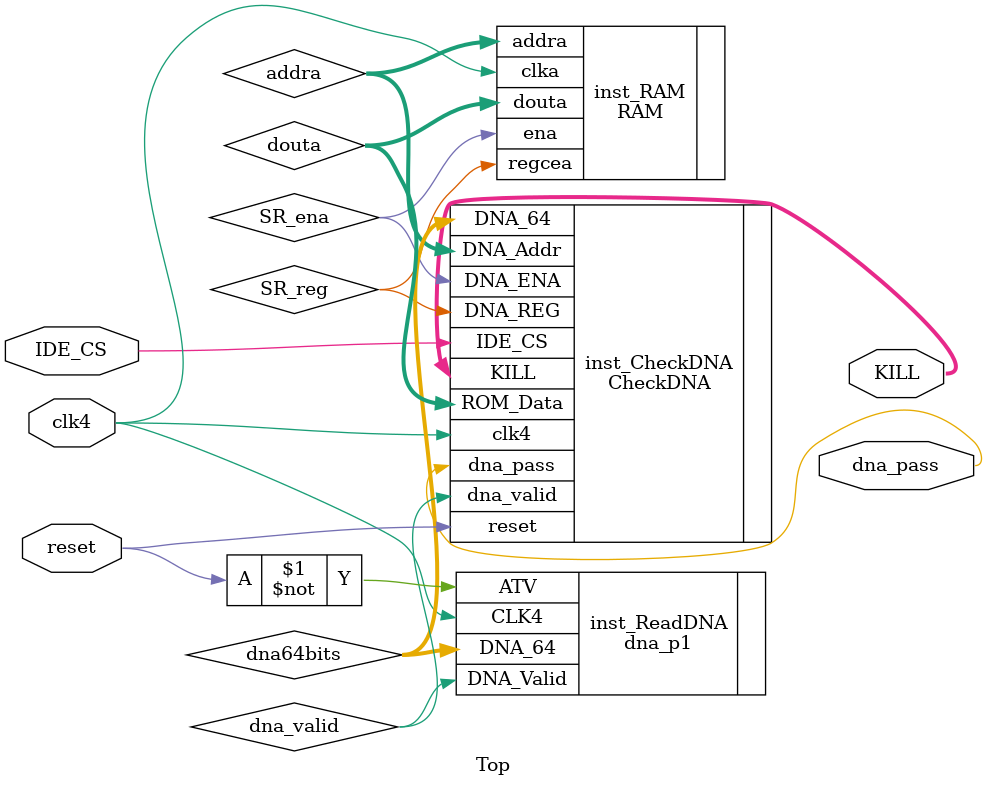
<source format=v>
`timescale 1ns / 1ps
module  Top(
	input				reset,
	input				clk4,
	input				IDE_CS,
	output			dna_pass,
	output [3:0]	KILL
);


wire [63:0] dna64bits;
wire dna_valid;

wire	SR_ena;

wire [9:0] addra;
wire [15:0] douta;

// constant holder for RAM implementation
// begin
//wire [15:0] dina;
//wire wea;
// end of constant holder

dna_p1 inst_ReadDNA(
	.ATV(~reset),				// Active and arm signal
   .CLK4(clk4),					// very fast clock
   .DNA_64(dna64bits),		// 64 bit DNA code with check bits
   .DNA_Valid(dna_valid)	// the code now is valid
);
	 
CheckDNA inst_CheckDNA (
	.clk4			(clk4),
	.reset		(reset),
	.DNA_64		(dna64bits),			// The DNA code
	.dna_valid	(dna_valid),

	.ROM_Data	(douta),					// ROM data
	.IDE_CS		(IDE_CS),				// chip select
	.DNA_ENA		(SR_ena),				// the enable signal to reduce power consumption
	.DNA_REG		(SR_reg),				// enable output register for faster RAM access
	.DNA_Addr	(addra),					// RAM address

	.dna_pass	(dna_pass),				// result of check
	.KILL			(KILL)						// Killing signals
);

// Inst as block ROM
// begin
RAM inst_RAM (
	.clka(clk4),
	.addra(addra),
	.ena(SR_ena),					// 1 serial register
	.regcea(SR_reg),
	.douta(douta));
// end of block ROM

// Inst as block RAM
// begin
//RAM inst_RAM (
//	.clka(clk4),
//	.ena(SR_ena),
//	.regcea(SR_reg),
//	.wea(wea), // Bus [0 : 0] 
//	.addra(addra), // Bus [9 : 0] 
//	.dina(douta), // Bus [15 : 0] 
//	.douta(douta)); // Bus [15 : 0] 

//assign dina = 16'b0000_0000_0000_0000;	// no dangling pins
//assign wea = 1'b0;				// no writing
// end of block RAM
endmodule			
			
			
			
			
			
		
		
		
		
	

</source>
